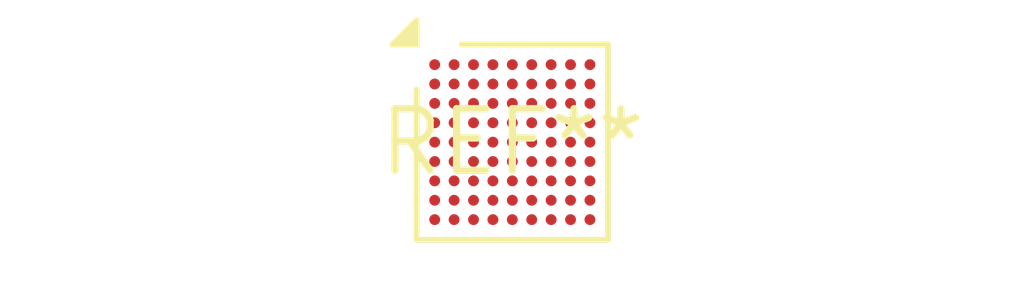
<source format=kicad_pcb>
(kicad_pcb (version 20240108) (generator pcbnew)
  (layers (0 "F.Cu" signal) (31 "B.Cu" signal) (34 "B.Paste" user) (35 "F.Paste" user) (36 "B.SilkS" user "B.Silkscreen") (37 "F.SilkS" user "F.Silkscreen") (38 "B.Mask" user) (39 "F.Mask" user) (44 "Edge.Cuts" user))
  (net 0 "")
  (footprint "ST_WLCSP-81_Die421" (layer "F.Cu") (at 0 0)
    (property "Reference" "REF**")
    (property "Value" "ST_WLCSP-81_Die421")
    (fp_line (start -1.9725 2.0175) (end -1.9725 -1.08625) (layer "F.SilkS") (stroke (width 0.12)))
    (fp_line (start -1.04125 -2.0175) (end 1.9725 -2.0175) (layer "F.SilkS") (stroke (width 0.12)))
    (fp_line (start 1.9725 -2.0175) (end 1.9725 2.0175) (layer "F.SilkS") (stroke (width 0.12)))
    (fp_line (start 1.9725 2.0175) (end -1.9725 2.0175) (layer "F.SilkS") (stroke (width 0.12)))
    (fp_poly (pts (xy -1.9725 -2.0175) (xy -2.4725 -2.0175) (xy -1.9725 -2.5175) (xy -1.9725 -2.0175)) (layer "F.SilkS") (stroke (width 0.12)) (fill solid))
    (pad "A1" smd circle (at -1.6 -1.6) (size 0.225 0.225) (property pad_prop_bga) (layers "F.Cu" "F.Paste" "F.Mask"))
    (pad "A2" smd circle (at -1.2 -1.6) (size 0.225 0.225) (property pad_prop_bga) (layers "F.Cu" "F.Paste" "F.Mask"))
    (pad "A3" smd circle (at -0.8 -1.6) (size 0.225 0.225) (property pad_prop_bga) (layers "F.Cu" "F.Paste" "F.Mask"))
    (pad "A4" smd circle (at -0.4 -1.6) (size 0.225 0.225) (property pad_prop_bga) (layers "F.Cu" "F.Paste" "F.Mask"))
    (pad "A5" smd circle (at 0 -1.6) (size 0.225 0.225) (property pad_prop_bga) (layers "F.Cu" "F.Paste" "F.Mask"))
    (pad "A6" smd circle (at 0.4 -1.6) (size 0.225 0.225) (property pad_prop_bga) (layers "F.Cu" "F.Paste" "F.Mask"))
    (pad "A7" smd circle (at 0.8 -1.6) (size 0.225 0.225) (property pad_prop_bga) (layers "F.Cu" "F.Paste" "F.Mask"))
    (pad "A8" smd circle (at 1.2 -1.6) (size 0.225 0.225) (property pad_prop_bga) (layers "F.Cu" "F.Paste" "F.Mask"))
    (pad "A9" smd circle (at 1.6 -1.6) (size 0.225 0.225) (property pad_prop_bga) (layers "F.Cu" "F.Paste" "F.Mask"))
    (pad "B1" smd circle (at -1.6 -1.2) (size 0.225 0.225) (property pad_prop_bga) (layers "F.Cu" "F.Paste" "F.Mask"))
    (pad "B2" smd circle (at -1.2 -1.2) (size 0.225 0.225) (property pad_prop_bga) (layers "F.Cu" "F.Paste" "F.Mask"))
    (pad "B3" smd circle (at -0.8 -1.2) (size 0.225 0.225) (property pad_prop_bga) (layers "F.Cu" "F.Paste" "F.Mask"))
    (pad "B4" smd circle (at -0.4 -1.2) (size 0.225 0.225) (property pad_prop_bga) (layers "F.Cu" "F.Paste" "F.Mask"))
    (pad "B5" smd circle (at 0 -1.2) (size 0.225 0.225) (property pad_prop_bga) (layers "F.Cu" "F.Paste" "F.Mask"))
    (pad "B6" smd circle (at 0.4 -1.2) (size 0.225 0.225) (property pad_prop_bga) (layers "F.Cu" "F.Paste" "F.Mask"))
    (pad "B7" smd circle (at 0.8 -1.2) (size 0.225 0.225) (property pad_prop_bga) (layers "F.Cu" "F.Paste" "F.Mask"))
    (pad "B8" smd circle (at 1.2 -1.2) (size 0.225 0.225) (property pad_prop_bga) (layers "F.Cu" "F.Paste" "F.Mask"))
    (pad "B9" smd circle (at 1.6 -1.2) (size 0.225 0.225) (property pad_prop_bga) (layers "F.Cu" "F.Paste" "F.Mask"))
    (pad "C1" smd circle (at -1.6 -0.8) (size 0.225 0.225) (property pad_prop_bga) (layers "F.Cu" "F.Paste" "F.Mask"))
    (pad "C2" smd circle (at -1.2 -0.8) (size 0.225 0.225) (property pad_prop_bga) (layers "F.Cu" "F.Paste" "F.Mask"))
    (pad "C3" smd circle (at -0.8 -0.8) (size 0.225 0.225) (property pad_prop_bga) (layers "F.Cu" "F.Paste" "F.Mask"))
    (pad "C4" smd circle (at -0.4 -0.8) (size 0.225 0.225) (property pad_prop_bga) (layers "F.Cu" "F.Paste" "F.Mask"))
    (pad "C5" smd circle (at 0 -0.8) (size 0.225 0.225) (property pad_prop_bga) (layers "F.Cu" "F.Paste" "F.Mask"))
    (pad "C6" smd circle (at 0.4 -0.8) (size 0.225 0.225) (property pad_prop_bga) (layers "F.Cu" "F.Paste" "F.Mask"))
    (pad "C7" smd circle (at 0.8 -0.8) (size 0.225 0.225) (property pad_prop_bga) (layers "F.Cu" "F.Paste" "F.Mask"))
    (pad "C8" smd circle (at 1.2 -0.8) (size 0.225 0.225) (property pad_prop_bga) (layers "F.Cu" "F.Paste" "F.Mask"))
    (pad "C9" smd circle (at 1.6 -0.8) (size 0.225 0.225) (property pad_prop_bga) (layers "F.Cu" "F.Paste" "F.Mask"))
    (pad "D1" smd circle (at -1.6 -0.4) (size 0.225 0.225) (property pad_prop_bga) (layers "F.Cu" "F.Paste" "F.Mask"))
    (pad "D2" smd circle (at -1.2 -0.4) (size 0.225 0.225) (property pad_prop_bga) (layers "F.Cu" "F.Paste" "F.Mask"))
    (pad "D3" smd circle (at -0.8 -0.4) (size 0.225 0.225) (property pad_prop_bga) (layers "F.Cu" "F.Paste" "F.Mask"))
    (pad "D4" smd circle (at -0.4 -0.4) (size 0.225 0.225) (property pad_prop_bga) (layers "F.Cu" "F.Paste" "F.Mask"))
    (pad "D5" smd circle (at 0 -0.4) (size 0.225 0.225) (property pad_prop_bga) (layers "F.Cu" "F.Paste" "F.Mask"))
    (pad "D6" smd circle (at 0.4 -0.4) (size 0.225 0.225) (property pad_prop_bga) (layers "F.Cu" "F.Paste" "F.Mask"))
    (pad "D7" smd circle (at 0.8 -0.4) (size 0.225 0.225) (property pad_prop_bga) (layers "F.Cu" "F.Paste" "F.Mask"))
    (pad "D8" smd circle (at 1.2 -0.4) (size 0.225 0.225) (property pad_prop_bga) (layers "F.Cu" "F.Paste" "F.Mask"))
    (pad "D9" smd circle (at 1.6 -0.4) (size 0.225 0.225) (property pad_prop_bga) (layers "F.Cu" "F.Paste" "F.Mask"))
    (pad "E1" smd circle (at -1.6 0) (size 0.225 0.225) (property pad_prop_bga) (layers "F.Cu" "F.Paste" "F.Mask"))
    (pad "E2" smd circle (at -1.2 0) (size 0.225 0.225) (property pad_prop_bga) (layers "F.Cu" "F.Paste" "F.Mask"))
    (pad "E3" smd circle (at -0.8 0) (size 0.225 0.225) (property pad_prop_bga) (layers "F.Cu" "F.Paste" "F.Mask"))
    (pad "E4" smd circle (at -0.4 0) (size 0.225 0.225) (property pad_prop_bga) (layers "F.Cu" "F.Paste" "F.Mask"))
    (pad "E5" smd circle (at 0 0) (size 0.225 0.225) (property pad_prop_bga) (layers "F.Cu" "F.Paste" "F.Mask"))
    (pad "E6" smd circle (at 0.4 0) (size 0.225 0.225) (property pad_prop_bga) (layers "F.Cu" "F.Paste" "F.Mask"))
    (pad "E7" smd circle (at 0.8 0) (size 0.225 0.225) (property pad_prop_bga) (layers "F.Cu" "F.Paste" "F.Mask"))
    (pad "E8" smd circle (at 1.2 0) (size 0.225 0.225) (property pad_prop_bga) (layers "F.Cu" "F.Paste" "F.Mask"))
    (pad "E9" smd circle (at 1.6 0) (size 0.225 0.225) (property pad_prop_bga) (layers "F.Cu" "F.Paste" "F.Mask"))
    (pad "F1" smd circle (at -1.6 0.4) (size 0.225 0.225) (property pad_prop_bga) (layers "F.Cu" "F.Paste" "F.Mask"))
    (pad "F2" smd circle (at -1.2 0.4) (size 0.225 0.225) (property pad_prop_bga) (layers "F.Cu" "F.Paste" "F.Mask"))
    (pad "F3" smd circle (at -0.8 0.4) (size 0.225 0.225) (property pad_prop_bga) (layers "F.Cu" "F.Paste" "F.Mask"))
    (pad "F4" smd circle (at -0.4 0.4) (size 0.225 0.225) (property pad_prop_bga) (layers "F.Cu" "F.Paste" "F.Mask"))
    (pad "F5" smd circle (at 0 0.4) (size 0.225 0.225) (property pad_prop_bga) (layers "F.Cu" "F.Paste" "F.Mask"))
    (pad "F6" smd circle (at 0.4 0.4) (size 0.225 0.225) (property pad_prop_bga) (layers "F.Cu" "F.Paste" "F.Mask"))
    (pad "F7" smd circle (at 0.8 0.4) (size 0.225 0.225) (property pad_prop_bga) (layers "F.Cu" "F.Paste" "F.Mask"))
    (pad "F8" smd circle (at 1.2 0.4) (size 0.225 0.225) (property pad_prop_bga) (layers "F.Cu" "F.Paste" "F.Mask"))
    (pad "F9" smd circle (at 1.6 0.4) (size 0.225 0.225) (property pad_prop_bga) (layers "F.Cu" "F.Paste" "F.Mask"))
    (pad "G1" smd circle (at -1.6 0.8) (size 0.225 0.225) (property pad_prop_bga) (layers "F.Cu" "F.Paste" "F.Mask"))
    (pad "G2" smd circle (at -1.2 0.8) (size 0.225 0.225) (property pad_prop_bga) (layers "F.Cu" "F.Paste" "F.Mask"))
    (pad "G3" smd circle (at -0.8 0.8) (size 0.225 0.225) (property pad_prop_bga) (layers "F.Cu" "F.Paste" "F.Mask"))
    (pad "G4" smd circle (at -0.4 0.8) (size 0.225 0.225) (property pad_prop_bga) (layers "F.Cu" "F.Paste" "F.Mask"))
    (pad "G5" smd circle (at 0 0.8) (size 0.225 0.225) (property pad_prop_bga) (layers "F.Cu" "F.Paste" "F.Mask"))
    (pad "G6" smd circle (at 0.4 0.8) (size 0.225 0.225) (property pad_prop_bga) (layers "F.Cu" "F.Paste" "F.Mask"))
    (pad "G7" smd circle (at 0.8 0.8) (size 0.225 0.225) (property pad_prop_bga) (layers "F.Cu" "F.Paste" "F.Mask"))
    (pad "G8" smd circle (at 1.2 0.8) (size 0.225 0.225) (property pad_prop_bga) (layers "F.Cu" "F.Paste" "F.Mask"))
    (pad "G9" smd circle (at 1.6 0.8) (size 0.225 0.225) (property pad_prop_bga) (layers "F.Cu" "F.Paste" "F.Mask"))
    (pad "H1" smd circle (at -1.6 1.2) (size 0.225 0.225) (property pad_prop_bga) (layers "F.Cu" "F.Paste" "F.Mask"))
    (pad "H2" smd circle (at -1.2 1.2) (size 0.225 0.225) (property pad_prop_bga) (layers "F.Cu" "F.Paste" "F.Mask"))
    (pad "H3" smd circle (at -0.8 1.2) (size 0.225 0.225) (property pad_prop_bga) (layers "F.Cu" "F.Paste" "F.Mask"))
    (pad "H4" smd circle (at -0.4 1.2) (size 0.225 0.225) (property pad_prop_bga) (layers "F.Cu" "F.Paste" "F.Mask"))
    (pad "H5" smd circle (at 0 1.2) (size 0.225 0.225) (property pad_prop_bga) (layers "F.Cu" "F.Paste" "F.Mask"))
    (pad "H6" smd circle (at 0.4 1.2) (size 0.225 0.225) (property pad_prop_bga) (layers "F.Cu" "F.Paste" "F.Mask"))
    (pad "H7" smd circle (at 0.8 1.2) (size 0.225 0.225) (property pad_prop_bga) (layers "F.Cu" "F.Paste" "F.Mask"))
    (pad "H8" smd circle (at 1.2 1.2) (size 0.225 0.225) (property pad_prop_bga) (layers "F.Cu" "F.Paste" "F.Mask"))
    (pad "H9" smd circle (at 1.6 1.2) (size 0.225 0.225) (property pad_prop_bga) (layers "F.Cu" "F.Paste" "F.Mask"))
    (pad "J1" smd circle (at -1.6 1.6) (size 0.225 0.225) (property pad_prop_bga) (layers "F.Cu" "F.Paste" "F.Mask"))
    (pad "J2" smd circle (at -1.2 1.6) (size 0.225 0.225) (property pad_prop_bga) (layers "F.Cu" "F.Paste" "F.Mask"))
    (pad "J3" smd circle (at -0.8 1.6) (size 0.225 0.225) (property pad_prop_bga) (layers "F.Cu" "F.Paste" "F.Mask"))
    (pad "J4" smd circle (at -0.4 1.6) (size 0.225 0.225) (property pad_prop_bga) (layers "F.Cu" "F.Paste" "F.Mask"))
    (pad "J5" smd circle (at 0 1.6) (size 0.225 0.225) (property pad_prop_bga) (layers "F.Cu" "F.Paste" "F.Mask"))
    (pad "J6" smd circle (at 0.4 1.6) (size 0.225 0.225) (property pad_prop_bga) (layers "F.Cu" "F.Paste" "F.Mask"))
    (pad "J7" smd circle (at 0.8 1.6) (size 0.225 0.225) (property pad_prop_bga) (layers "F.Cu" "F.Paste" "F.Mask"))
    (pad "J8" smd circle (at 1.2 1.6) (size 0.225 0.225) (property pad_prop_bga) (layers "F.Cu" "F.Paste" "F.Mask"))
    (pad "J9" smd circle (at 1.6 1.6) (size 0.225 0.225) (property pad_prop_bga) (layers "F.Cu" "F.Paste" "F.Mask"))
  )
)
</source>
